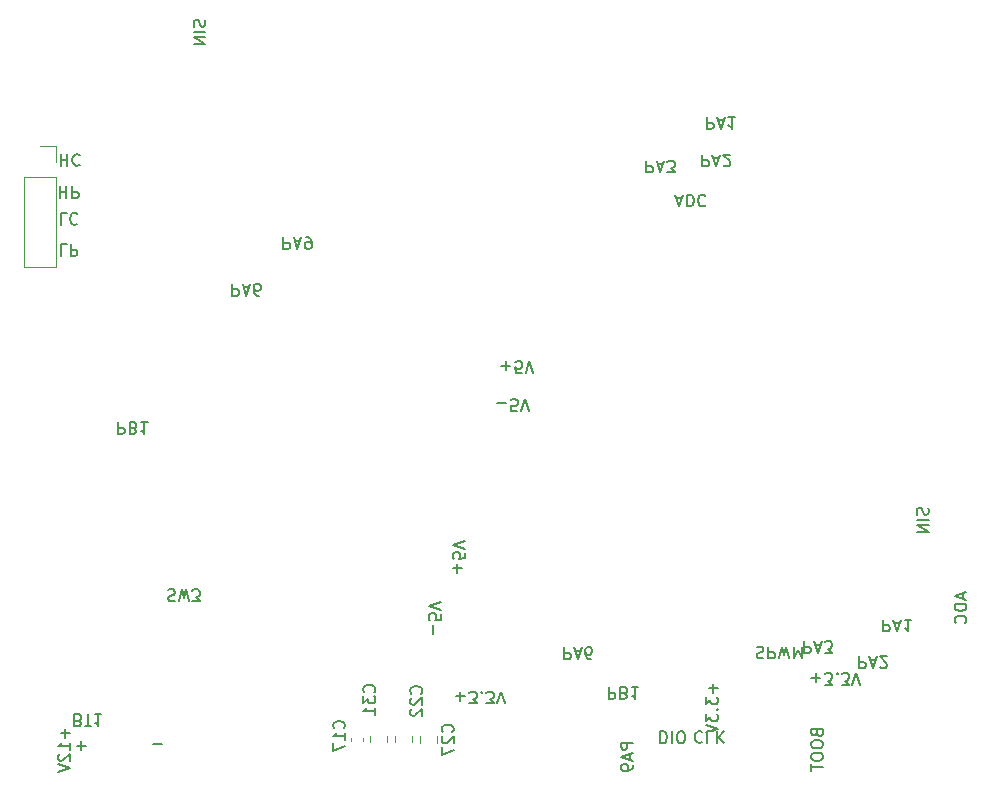
<source format=gbr>
%TF.GenerationSoftware,KiCad,Pcbnew,5.1.8-5.1.8*%
%TF.CreationDate,2022-01-30T02:40:23+08:00*%
%TF.ProjectId,lcr_2,6c63725f-322e-46b6-9963-61645f706362,rev?*%
%TF.SameCoordinates,Original*%
%TF.FileFunction,Legend,Bot*%
%TF.FilePolarity,Positive*%
%FSLAX46Y46*%
G04 Gerber Fmt 4.6, Leading zero omitted, Abs format (unit mm)*
G04 Created by KiCad (PCBNEW 5.1.8-5.1.8) date 2022-01-30 02:40:23*
%MOMM*%
%LPD*%
G01*
G04 APERTURE LIST*
%ADD10C,0.150000*%
%ADD11C,0.120000*%
G04 APERTURE END LIST*
D10*
X137894285Y-83788571D02*
X138656190Y-83788571D01*
X139608571Y-84407619D02*
X139132380Y-84407619D01*
X139084761Y-83931428D01*
X139132380Y-83979047D01*
X139227619Y-84026666D01*
X139465714Y-84026666D01*
X139560952Y-83979047D01*
X139608571Y-83931428D01*
X139656190Y-83836190D01*
X139656190Y-83598095D01*
X139608571Y-83502857D01*
X139560952Y-83455238D01*
X139465714Y-83407619D01*
X139227619Y-83407619D01*
X139132380Y-83455238D01*
X139084761Y-83502857D01*
X139941904Y-84407619D02*
X140275238Y-83407619D01*
X140608571Y-84407619D01*
X138284285Y-80598571D02*
X139046190Y-80598571D01*
X138665238Y-80217619D02*
X138665238Y-80979523D01*
X139998571Y-81217619D02*
X139522380Y-81217619D01*
X139474761Y-80741428D01*
X139522380Y-80789047D01*
X139617619Y-80836666D01*
X139855714Y-80836666D01*
X139950952Y-80789047D01*
X139998571Y-80741428D01*
X140046190Y-80646190D01*
X140046190Y-80408095D01*
X139998571Y-80312857D01*
X139950952Y-80265238D01*
X139855714Y-80217619D01*
X139617619Y-80217619D01*
X139522380Y-80265238D01*
X139474761Y-80312857D01*
X140331904Y-81217619D02*
X140665238Y-80217619D01*
X140998571Y-81217619D01*
X153091904Y-66393333D02*
X153568095Y-66393333D01*
X152996666Y-66107619D02*
X153330000Y-67107619D01*
X153663333Y-66107619D01*
X153996666Y-66107619D02*
X153996666Y-67107619D01*
X154234761Y-67107619D01*
X154377619Y-67060000D01*
X154472857Y-66964761D01*
X154520476Y-66869523D01*
X154568095Y-66679047D01*
X154568095Y-66536190D01*
X154520476Y-66345714D01*
X154472857Y-66250476D01*
X154377619Y-66155238D01*
X154234761Y-66107619D01*
X153996666Y-66107619D01*
X155568095Y-66202857D02*
X155520476Y-66155238D01*
X155377619Y-66107619D01*
X155282380Y-66107619D01*
X155139523Y-66155238D01*
X155044285Y-66250476D01*
X154996666Y-66345714D01*
X154949047Y-66536190D01*
X154949047Y-66679047D01*
X154996666Y-66869523D01*
X155044285Y-66964761D01*
X155139523Y-67060000D01*
X155282380Y-67107619D01*
X155377619Y-67107619D01*
X155520476Y-67060000D01*
X155568095Y-67012380D01*
X113184761Y-51302380D02*
X113232380Y-51445238D01*
X113232380Y-51683333D01*
X113184761Y-51778571D01*
X113137142Y-51826190D01*
X113041904Y-51873809D01*
X112946666Y-51873809D01*
X112851428Y-51826190D01*
X112803809Y-51778571D01*
X112756190Y-51683333D01*
X112708571Y-51492857D01*
X112660952Y-51397619D01*
X112613333Y-51350000D01*
X112518095Y-51302380D01*
X112422857Y-51302380D01*
X112327619Y-51350000D01*
X112280000Y-51397619D01*
X112232380Y-51492857D01*
X112232380Y-51730952D01*
X112280000Y-51873809D01*
X113232380Y-52302380D02*
X112232380Y-52302380D01*
X113232380Y-52778571D02*
X112232380Y-52778571D01*
X113232380Y-53350000D01*
X112232380Y-53350000D01*
X105811904Y-85377619D02*
X105811904Y-86377619D01*
X106192857Y-86377619D01*
X106288095Y-86330000D01*
X106335714Y-86282380D01*
X106383333Y-86187142D01*
X106383333Y-86044285D01*
X106335714Y-85949047D01*
X106288095Y-85901428D01*
X106192857Y-85853809D01*
X105811904Y-85853809D01*
X107145238Y-85901428D02*
X107288095Y-85853809D01*
X107335714Y-85806190D01*
X107383333Y-85710952D01*
X107383333Y-85568095D01*
X107335714Y-85472857D01*
X107288095Y-85425238D01*
X107192857Y-85377619D01*
X106811904Y-85377619D01*
X106811904Y-86377619D01*
X107145238Y-86377619D01*
X107240476Y-86330000D01*
X107288095Y-86282380D01*
X107335714Y-86187142D01*
X107335714Y-86091904D01*
X107288095Y-85996666D01*
X107240476Y-85949047D01*
X107145238Y-85901428D01*
X106811904Y-85901428D01*
X108335714Y-85377619D02*
X107764285Y-85377619D01*
X108050000Y-85377619D02*
X108050000Y-86377619D01*
X107954761Y-86234761D01*
X107859523Y-86139523D01*
X107764285Y-86091904D01*
X155693333Y-59537619D02*
X155693333Y-60537619D01*
X156074285Y-60537619D01*
X156169523Y-60490000D01*
X156217142Y-60442380D01*
X156264761Y-60347142D01*
X156264761Y-60204285D01*
X156217142Y-60109047D01*
X156169523Y-60061428D01*
X156074285Y-60013809D01*
X155693333Y-60013809D01*
X156645714Y-59823333D02*
X157121904Y-59823333D01*
X156550476Y-59537619D02*
X156883809Y-60537619D01*
X157217142Y-59537619D01*
X158074285Y-59537619D02*
X157502857Y-59537619D01*
X157788571Y-59537619D02*
X157788571Y-60537619D01*
X157693333Y-60394761D01*
X157598095Y-60299523D01*
X157502857Y-60251904D01*
X155303333Y-62717619D02*
X155303333Y-63717619D01*
X155684285Y-63717619D01*
X155779523Y-63670000D01*
X155827142Y-63622380D01*
X155874761Y-63527142D01*
X155874761Y-63384285D01*
X155827142Y-63289047D01*
X155779523Y-63241428D01*
X155684285Y-63193809D01*
X155303333Y-63193809D01*
X156255714Y-63003333D02*
X156731904Y-63003333D01*
X156160476Y-62717619D02*
X156493809Y-63717619D01*
X156827142Y-62717619D01*
X157112857Y-63622380D02*
X157160476Y-63670000D01*
X157255714Y-63717619D01*
X157493809Y-63717619D01*
X157589047Y-63670000D01*
X157636666Y-63622380D01*
X157684285Y-63527142D01*
X157684285Y-63431904D01*
X157636666Y-63289047D01*
X157065238Y-62717619D01*
X157684285Y-62717619D01*
X150563333Y-63227619D02*
X150563333Y-64227619D01*
X150944285Y-64227619D01*
X151039523Y-64180000D01*
X151087142Y-64132380D01*
X151134761Y-64037142D01*
X151134761Y-63894285D01*
X151087142Y-63799047D01*
X151039523Y-63751428D01*
X150944285Y-63703809D01*
X150563333Y-63703809D01*
X151515714Y-63513333D02*
X151991904Y-63513333D01*
X151420476Y-63227619D02*
X151753809Y-64227619D01*
X152087142Y-63227619D01*
X152325238Y-64227619D02*
X152944285Y-64227619D01*
X152610952Y-63846666D01*
X152753809Y-63846666D01*
X152849047Y-63799047D01*
X152896666Y-63751428D01*
X152944285Y-63656190D01*
X152944285Y-63418095D01*
X152896666Y-63322857D01*
X152849047Y-63275238D01*
X152753809Y-63227619D01*
X152468095Y-63227619D01*
X152372857Y-63275238D01*
X152325238Y-63322857D01*
X119833333Y-69707619D02*
X119833333Y-70707619D01*
X120214285Y-70707619D01*
X120309523Y-70660000D01*
X120357142Y-70612380D01*
X120404761Y-70517142D01*
X120404761Y-70374285D01*
X120357142Y-70279047D01*
X120309523Y-70231428D01*
X120214285Y-70183809D01*
X119833333Y-70183809D01*
X120785714Y-69993333D02*
X121261904Y-69993333D01*
X120690476Y-69707619D02*
X121023809Y-70707619D01*
X121357142Y-69707619D01*
X121738095Y-69707619D02*
X121928571Y-69707619D01*
X122023809Y-69755238D01*
X122071428Y-69802857D01*
X122166666Y-69945714D01*
X122214285Y-70136190D01*
X122214285Y-70517142D01*
X122166666Y-70612380D01*
X122119047Y-70660000D01*
X122023809Y-70707619D01*
X121833333Y-70707619D01*
X121738095Y-70660000D01*
X121690476Y-70612380D01*
X121642857Y-70517142D01*
X121642857Y-70279047D01*
X121690476Y-70183809D01*
X121738095Y-70136190D01*
X121833333Y-70088571D01*
X122023809Y-70088571D01*
X122119047Y-70136190D01*
X122166666Y-70183809D01*
X122214285Y-70279047D01*
X115513333Y-73647619D02*
X115513333Y-74647619D01*
X115894285Y-74647619D01*
X115989523Y-74600000D01*
X116037142Y-74552380D01*
X116084761Y-74457142D01*
X116084761Y-74314285D01*
X116037142Y-74219047D01*
X115989523Y-74171428D01*
X115894285Y-74123809D01*
X115513333Y-74123809D01*
X116465714Y-73933333D02*
X116941904Y-73933333D01*
X116370476Y-73647619D02*
X116703809Y-74647619D01*
X117037142Y-73647619D01*
X117799047Y-74647619D02*
X117608571Y-74647619D01*
X117513333Y-74600000D01*
X117465714Y-74552380D01*
X117370476Y-74409523D01*
X117322857Y-74219047D01*
X117322857Y-73838095D01*
X117370476Y-73742857D01*
X117418095Y-73695238D01*
X117513333Y-73647619D01*
X117703809Y-73647619D01*
X117799047Y-73695238D01*
X117846666Y-73742857D01*
X117894285Y-73838095D01*
X117894285Y-74076190D01*
X117846666Y-74171428D01*
X117799047Y-74219047D01*
X117703809Y-74266666D01*
X117513333Y-74266666D01*
X117418095Y-74219047D01*
X117370476Y-74171428D01*
X117322857Y-74076190D01*
X101472523Y-70303619D02*
X100996333Y-70303619D01*
X100996333Y-71303619D01*
X101805857Y-70303619D02*
X101805857Y-71303619D01*
X102186809Y-71303619D01*
X102282047Y-71256000D01*
X102329666Y-71208380D01*
X102377285Y-71113142D01*
X102377285Y-70970285D01*
X102329666Y-70875047D01*
X102282047Y-70827428D01*
X102186809Y-70779809D01*
X101805857Y-70779809D01*
X101472523Y-67652619D02*
X100996333Y-67652619D01*
X100996333Y-68652619D01*
X102377285Y-67747857D02*
X102329666Y-67700238D01*
X102186809Y-67652619D01*
X102091571Y-67652619D01*
X101948714Y-67700238D01*
X101853476Y-67795476D01*
X101805857Y-67890714D01*
X101758238Y-68081190D01*
X101758238Y-68224047D01*
X101805857Y-68414523D01*
X101853476Y-68509761D01*
X101948714Y-68605000D01*
X102091571Y-68652619D01*
X102186809Y-68652619D01*
X102329666Y-68605000D01*
X102377285Y-68557380D01*
X100968285Y-62681619D02*
X100968285Y-63681619D01*
X100968285Y-63205428D02*
X101539714Y-63205428D01*
X101539714Y-62681619D02*
X101539714Y-63681619D01*
X102587333Y-62776857D02*
X102539714Y-62729238D01*
X102396857Y-62681619D01*
X102301619Y-62681619D01*
X102158761Y-62729238D01*
X102063523Y-62824476D01*
X102015904Y-62919714D01*
X101968285Y-63110190D01*
X101968285Y-63253047D01*
X102015904Y-63443523D01*
X102063523Y-63538761D01*
X102158761Y-63634000D01*
X102301619Y-63681619D01*
X102396857Y-63681619D01*
X102539714Y-63634000D01*
X102587333Y-63586380D01*
X100892285Y-65374619D02*
X100892285Y-66374619D01*
X100892285Y-65898428D02*
X101463714Y-65898428D01*
X101463714Y-65374619D02*
X101463714Y-66374619D01*
X101939904Y-65374619D02*
X101939904Y-66374619D01*
X102320857Y-66374619D01*
X102416095Y-66327000D01*
X102463714Y-66279380D01*
X102511333Y-66184142D01*
X102511333Y-66041285D01*
X102463714Y-65946047D01*
X102416095Y-65898428D01*
X102320857Y-65850809D01*
X101939904Y-65850809D01*
X134444000Y-108558571D02*
X135205904Y-108558571D01*
X134824952Y-108177619D02*
X134824952Y-108939523D01*
X135586857Y-109177619D02*
X136205904Y-109177619D01*
X135872571Y-108796666D01*
X136015428Y-108796666D01*
X136110666Y-108749047D01*
X136158285Y-108701428D01*
X136205904Y-108606190D01*
X136205904Y-108368095D01*
X136158285Y-108272857D01*
X136110666Y-108225238D01*
X136015428Y-108177619D01*
X135729714Y-108177619D01*
X135634476Y-108225238D01*
X135586857Y-108272857D01*
X136634476Y-108272857D02*
X136682095Y-108225238D01*
X136634476Y-108177619D01*
X136586857Y-108225238D01*
X136634476Y-108272857D01*
X136634476Y-108177619D01*
X137015428Y-109177619D02*
X137634476Y-109177619D01*
X137301142Y-108796666D01*
X137444000Y-108796666D01*
X137539238Y-108749047D01*
X137586857Y-108701428D01*
X137634476Y-108606190D01*
X137634476Y-108368095D01*
X137586857Y-108272857D01*
X137539238Y-108225238D01*
X137444000Y-108177619D01*
X137158285Y-108177619D01*
X137063047Y-108225238D01*
X137015428Y-108272857D01*
X137920190Y-109177619D02*
X138253523Y-108177619D01*
X138586857Y-109177619D01*
X164984571Y-111692857D02*
X165032190Y-111835714D01*
X165079809Y-111883333D01*
X165175047Y-111930952D01*
X165317904Y-111930952D01*
X165413142Y-111883333D01*
X165460761Y-111835714D01*
X165508380Y-111740476D01*
X165508380Y-111359523D01*
X164508380Y-111359523D01*
X164508380Y-111692857D01*
X164556000Y-111788095D01*
X164603619Y-111835714D01*
X164698857Y-111883333D01*
X164794095Y-111883333D01*
X164889333Y-111835714D01*
X164936952Y-111788095D01*
X164984571Y-111692857D01*
X164984571Y-111359523D01*
X164508380Y-112550000D02*
X164508380Y-112740476D01*
X164556000Y-112835714D01*
X164651238Y-112930952D01*
X164841714Y-112978571D01*
X165175047Y-112978571D01*
X165365523Y-112930952D01*
X165460761Y-112835714D01*
X165508380Y-112740476D01*
X165508380Y-112550000D01*
X165460761Y-112454761D01*
X165365523Y-112359523D01*
X165175047Y-112311904D01*
X164841714Y-112311904D01*
X164651238Y-112359523D01*
X164556000Y-112454761D01*
X164508380Y-112550000D01*
X164508380Y-113597619D02*
X164508380Y-113788095D01*
X164556000Y-113883333D01*
X164651238Y-113978571D01*
X164841714Y-114026190D01*
X165175047Y-114026190D01*
X165365523Y-113978571D01*
X165460761Y-113883333D01*
X165508380Y-113788095D01*
X165508380Y-113597619D01*
X165460761Y-113502380D01*
X165365523Y-113407142D01*
X165175047Y-113359523D01*
X164841714Y-113359523D01*
X164651238Y-113407142D01*
X164556000Y-113502380D01*
X164508380Y-113597619D01*
X164508380Y-114311904D02*
X164508380Y-114883333D01*
X165508380Y-114597619D02*
X164508380Y-114597619D01*
X164522000Y-107009571D02*
X165283904Y-107009571D01*
X164902952Y-106628619D02*
X164902952Y-107390523D01*
X165664857Y-107628619D02*
X166283904Y-107628619D01*
X165950571Y-107247666D01*
X166093428Y-107247666D01*
X166188666Y-107200047D01*
X166236285Y-107152428D01*
X166283904Y-107057190D01*
X166283904Y-106819095D01*
X166236285Y-106723857D01*
X166188666Y-106676238D01*
X166093428Y-106628619D01*
X165807714Y-106628619D01*
X165712476Y-106676238D01*
X165664857Y-106723857D01*
X166712476Y-106723857D02*
X166760095Y-106676238D01*
X166712476Y-106628619D01*
X166664857Y-106676238D01*
X166712476Y-106723857D01*
X166712476Y-106628619D01*
X167093428Y-107628619D02*
X167712476Y-107628619D01*
X167379142Y-107247666D01*
X167522000Y-107247666D01*
X167617238Y-107200047D01*
X167664857Y-107152428D01*
X167712476Y-107057190D01*
X167712476Y-106819095D01*
X167664857Y-106723857D01*
X167617238Y-106676238D01*
X167522000Y-106628619D01*
X167236285Y-106628619D01*
X167141047Y-106676238D01*
X167093428Y-106723857D01*
X167998190Y-107628619D02*
X168331523Y-106628619D01*
X168664857Y-107628619D01*
X170618333Y-102089619D02*
X170618333Y-103089619D01*
X170999285Y-103089619D01*
X171094523Y-103042000D01*
X171142142Y-102994380D01*
X171189761Y-102899142D01*
X171189761Y-102756285D01*
X171142142Y-102661047D01*
X171094523Y-102613428D01*
X170999285Y-102565809D01*
X170618333Y-102565809D01*
X171570714Y-102375333D02*
X172046904Y-102375333D01*
X171475476Y-102089619D02*
X171808809Y-103089619D01*
X172142142Y-102089619D01*
X172999285Y-102089619D02*
X172427857Y-102089619D01*
X172713571Y-102089619D02*
X172713571Y-103089619D01*
X172618333Y-102946761D01*
X172523095Y-102851523D01*
X172427857Y-102803904D01*
X168555333Y-105205619D02*
X168555333Y-106205619D01*
X168936285Y-106205619D01*
X169031523Y-106158000D01*
X169079142Y-106110380D01*
X169126761Y-106015142D01*
X169126761Y-105872285D01*
X169079142Y-105777047D01*
X169031523Y-105729428D01*
X168936285Y-105681809D01*
X168555333Y-105681809D01*
X169507714Y-105491333D02*
X169983904Y-105491333D01*
X169412476Y-105205619D02*
X169745809Y-106205619D01*
X170079142Y-105205619D01*
X170364857Y-106110380D02*
X170412476Y-106158000D01*
X170507714Y-106205619D01*
X170745809Y-106205619D01*
X170841047Y-106158000D01*
X170888666Y-106110380D01*
X170936285Y-106015142D01*
X170936285Y-105919904D01*
X170888666Y-105777047D01*
X170317238Y-105205619D01*
X170936285Y-105205619D01*
X163894333Y-103922619D02*
X163894333Y-104922619D01*
X164275285Y-104922619D01*
X164370523Y-104875000D01*
X164418142Y-104827380D01*
X164465761Y-104732142D01*
X164465761Y-104589285D01*
X164418142Y-104494047D01*
X164370523Y-104446428D01*
X164275285Y-104398809D01*
X163894333Y-104398809D01*
X164846714Y-104208333D02*
X165322904Y-104208333D01*
X164751476Y-103922619D02*
X165084809Y-104922619D01*
X165418142Y-103922619D01*
X165656238Y-104922619D02*
X166275285Y-104922619D01*
X165941952Y-104541666D01*
X166084809Y-104541666D01*
X166180047Y-104494047D01*
X166227666Y-104446428D01*
X166275285Y-104351190D01*
X166275285Y-104113095D01*
X166227666Y-104017857D01*
X166180047Y-103970238D01*
X166084809Y-103922619D01*
X165799095Y-103922619D01*
X165703857Y-103970238D01*
X165656238Y-104017857D01*
X174410761Y-92631380D02*
X174458380Y-92774238D01*
X174458380Y-93012333D01*
X174410761Y-93107571D01*
X174363142Y-93155190D01*
X174267904Y-93202809D01*
X174172666Y-93202809D01*
X174077428Y-93155190D01*
X174029809Y-93107571D01*
X173982190Y-93012333D01*
X173934571Y-92821857D01*
X173886952Y-92726619D01*
X173839333Y-92679000D01*
X173744095Y-92631380D01*
X173648857Y-92631380D01*
X173553619Y-92679000D01*
X173506000Y-92726619D01*
X173458380Y-92821857D01*
X173458380Y-93059952D01*
X173506000Y-93202809D01*
X174458380Y-93631380D02*
X173458380Y-93631380D01*
X174458380Y-94107571D02*
X173458380Y-94107571D01*
X174458380Y-94679000D01*
X173458380Y-94679000D01*
X177367666Y-99887904D02*
X177367666Y-100364095D01*
X177653380Y-99792666D02*
X176653380Y-100126000D01*
X177653380Y-100459333D01*
X177653380Y-100792666D02*
X176653380Y-100792666D01*
X176653380Y-101030761D01*
X176701000Y-101173619D01*
X176796238Y-101268857D01*
X176891476Y-101316476D01*
X177081952Y-101364095D01*
X177224809Y-101364095D01*
X177415285Y-101316476D01*
X177510523Y-101268857D01*
X177605761Y-101173619D01*
X177653380Y-101030761D01*
X177653380Y-100792666D01*
X177558142Y-102364095D02*
X177605761Y-102316476D01*
X177653380Y-102173619D01*
X177653380Y-102078380D01*
X177605761Y-101935523D01*
X177510523Y-101840285D01*
X177415285Y-101792666D01*
X177224809Y-101745047D01*
X177081952Y-101745047D01*
X176891476Y-101792666D01*
X176796238Y-101840285D01*
X176701000Y-101935523D01*
X176653380Y-102078380D01*
X176653380Y-102173619D01*
X176701000Y-102316476D01*
X176748619Y-102364095D01*
X159887428Y-104421238D02*
X160030285Y-104373619D01*
X160268380Y-104373619D01*
X160363619Y-104421238D01*
X160411238Y-104468857D01*
X160458857Y-104564095D01*
X160458857Y-104659333D01*
X160411238Y-104754571D01*
X160363619Y-104802190D01*
X160268380Y-104849809D01*
X160077904Y-104897428D01*
X159982666Y-104945047D01*
X159935047Y-104992666D01*
X159887428Y-105087904D01*
X159887428Y-105183142D01*
X159935047Y-105278380D01*
X159982666Y-105326000D01*
X160077904Y-105373619D01*
X160316000Y-105373619D01*
X160458857Y-105326000D01*
X160887428Y-104373619D02*
X160887428Y-105373619D01*
X161268380Y-105373619D01*
X161363619Y-105326000D01*
X161411238Y-105278380D01*
X161458857Y-105183142D01*
X161458857Y-105040285D01*
X161411238Y-104945047D01*
X161363619Y-104897428D01*
X161268380Y-104849809D01*
X160887428Y-104849809D01*
X161792190Y-105373619D02*
X162030285Y-104373619D01*
X162220761Y-105087904D01*
X162411238Y-104373619D01*
X162649333Y-105373619D01*
X163030285Y-104373619D02*
X163030285Y-105373619D01*
X163363619Y-104659333D01*
X163696952Y-105373619D01*
X163696952Y-104373619D01*
X143580333Y-104432619D02*
X143580333Y-105432619D01*
X143961285Y-105432619D01*
X144056523Y-105385000D01*
X144104142Y-105337380D01*
X144151761Y-105242142D01*
X144151761Y-105099285D01*
X144104142Y-105004047D01*
X144056523Y-104956428D01*
X143961285Y-104908809D01*
X143580333Y-104908809D01*
X144532714Y-104718333D02*
X145008904Y-104718333D01*
X144437476Y-104432619D02*
X144770809Y-105432619D01*
X145104142Y-104432619D01*
X145866047Y-105432619D02*
X145675571Y-105432619D01*
X145580333Y-105385000D01*
X145532714Y-105337380D01*
X145437476Y-105194523D01*
X145389857Y-105004047D01*
X145389857Y-104623095D01*
X145437476Y-104527857D01*
X145485095Y-104480238D01*
X145580333Y-104432619D01*
X145770809Y-104432619D01*
X145866047Y-104480238D01*
X145913666Y-104527857D01*
X145961285Y-104623095D01*
X145961285Y-104861190D01*
X145913666Y-104956428D01*
X145866047Y-105004047D01*
X145770809Y-105051666D01*
X145580333Y-105051666D01*
X145485095Y-105004047D01*
X145437476Y-104956428D01*
X145389857Y-104861190D01*
X147359904Y-107812619D02*
X147359904Y-108812619D01*
X147740857Y-108812619D01*
X147836095Y-108765000D01*
X147883714Y-108717380D01*
X147931333Y-108622142D01*
X147931333Y-108479285D01*
X147883714Y-108384047D01*
X147836095Y-108336428D01*
X147740857Y-108288809D01*
X147359904Y-108288809D01*
X148693238Y-108336428D02*
X148836095Y-108288809D01*
X148883714Y-108241190D01*
X148931333Y-108145952D01*
X148931333Y-108003095D01*
X148883714Y-107907857D01*
X148836095Y-107860238D01*
X148740857Y-107812619D01*
X148359904Y-107812619D01*
X148359904Y-108812619D01*
X148693238Y-108812619D01*
X148788476Y-108765000D01*
X148836095Y-108717380D01*
X148883714Y-108622142D01*
X148883714Y-108526904D01*
X148836095Y-108431666D01*
X148788476Y-108384047D01*
X148693238Y-108336428D01*
X148359904Y-108336428D01*
X149883714Y-107812619D02*
X149312285Y-107812619D01*
X149598000Y-107812619D02*
X149598000Y-108812619D01*
X149502761Y-108669761D01*
X149407523Y-108574523D01*
X149312285Y-108526904D01*
X156222428Y-107501000D02*
X156222428Y-108262904D01*
X156603380Y-107881952D02*
X155841476Y-107881952D01*
X155603380Y-108643857D02*
X155603380Y-109262904D01*
X155984333Y-108929571D01*
X155984333Y-109072428D01*
X156031952Y-109167666D01*
X156079571Y-109215285D01*
X156174809Y-109262904D01*
X156412904Y-109262904D01*
X156508142Y-109215285D01*
X156555761Y-109167666D01*
X156603380Y-109072428D01*
X156603380Y-108786714D01*
X156555761Y-108691476D01*
X156508142Y-108643857D01*
X156508142Y-109691476D02*
X156555761Y-109739095D01*
X156603380Y-109691476D01*
X156555761Y-109643857D01*
X156508142Y-109691476D01*
X156603380Y-109691476D01*
X155603380Y-110072428D02*
X155603380Y-110691476D01*
X155984333Y-110358142D01*
X155984333Y-110501000D01*
X156031952Y-110596238D01*
X156079571Y-110643857D01*
X156174809Y-110691476D01*
X156412904Y-110691476D01*
X156508142Y-110643857D01*
X156555761Y-110596238D01*
X156603380Y-110501000D01*
X156603380Y-110215285D01*
X156555761Y-110120047D01*
X156508142Y-110072428D01*
X155603380Y-110977190D02*
X156603380Y-111310523D01*
X155603380Y-111643857D01*
X155284761Y-111633857D02*
X155237142Y-111586238D01*
X155094285Y-111538619D01*
X154999047Y-111538619D01*
X154856190Y-111586238D01*
X154760952Y-111681476D01*
X154713333Y-111776714D01*
X154665714Y-111967190D01*
X154665714Y-112110047D01*
X154713333Y-112300523D01*
X154760952Y-112395761D01*
X154856190Y-112491000D01*
X154999047Y-112538619D01*
X155094285Y-112538619D01*
X155237142Y-112491000D01*
X155284761Y-112443380D01*
X156189523Y-111538619D02*
X155713333Y-111538619D01*
X155713333Y-112538619D01*
X156522857Y-111538619D02*
X156522857Y-112538619D01*
X157094285Y-111538619D02*
X156665714Y-112110047D01*
X157094285Y-112538619D02*
X156522857Y-111967190D01*
X151739190Y-111554619D02*
X151739190Y-112554619D01*
X151977285Y-112554619D01*
X152120142Y-112507000D01*
X152215380Y-112411761D01*
X152263000Y-112316523D01*
X152310619Y-112126047D01*
X152310619Y-111983190D01*
X152263000Y-111792714D01*
X152215380Y-111697476D01*
X152120142Y-111602238D01*
X151977285Y-111554619D01*
X151739190Y-111554619D01*
X152739190Y-111554619D02*
X152739190Y-112554619D01*
X153405857Y-112554619D02*
X153596333Y-112554619D01*
X153691571Y-112507000D01*
X153786809Y-112411761D01*
X153834428Y-112221285D01*
X153834428Y-111887952D01*
X153786809Y-111697476D01*
X153691571Y-111602238D01*
X153596333Y-111554619D01*
X153405857Y-111554619D01*
X153310619Y-111602238D01*
X153215380Y-111697476D01*
X153167761Y-111887952D01*
X153167761Y-112221285D01*
X153215380Y-112411761D01*
X153310619Y-112507000D01*
X153405857Y-112554619D01*
X149424380Y-112523333D02*
X148424380Y-112523333D01*
X148424380Y-112904285D01*
X148472000Y-112999523D01*
X148519619Y-113047142D01*
X148614857Y-113094761D01*
X148757714Y-113094761D01*
X148852952Y-113047142D01*
X148900571Y-112999523D01*
X148948190Y-112904285D01*
X148948190Y-112523333D01*
X149138666Y-113475714D02*
X149138666Y-113951904D01*
X149424380Y-113380476D02*
X148424380Y-113713809D01*
X149424380Y-114047142D01*
X149424380Y-114428095D02*
X149424380Y-114618571D01*
X149376761Y-114713809D01*
X149329142Y-114761428D01*
X149186285Y-114856666D01*
X148995809Y-114904285D01*
X148614857Y-114904285D01*
X148519619Y-114856666D01*
X148472000Y-114809047D01*
X148424380Y-114713809D01*
X148424380Y-114523333D01*
X148472000Y-114428095D01*
X148519619Y-114380476D01*
X148614857Y-114332857D01*
X148852952Y-114332857D01*
X148948190Y-114380476D01*
X148995809Y-114428095D01*
X149043428Y-114523333D01*
X149043428Y-114713809D01*
X148995809Y-114809047D01*
X148948190Y-114856666D01*
X148852952Y-114904285D01*
X132532571Y-103329714D02*
X132532571Y-102567809D01*
X133151619Y-101615428D02*
X133151619Y-102091619D01*
X132675428Y-102139238D01*
X132723047Y-102091619D01*
X132770666Y-101996380D01*
X132770666Y-101758285D01*
X132723047Y-101663047D01*
X132675428Y-101615428D01*
X132580190Y-101567809D01*
X132342095Y-101567809D01*
X132246857Y-101615428D01*
X132199238Y-101663047D01*
X132151619Y-101758285D01*
X132151619Y-101996380D01*
X132199238Y-102091619D01*
X132246857Y-102139238D01*
X133151619Y-101282095D02*
X132151619Y-100948761D01*
X133151619Y-100615428D01*
X134556571Y-98128714D02*
X134556571Y-97366809D01*
X134175619Y-97747761D02*
X134937523Y-97747761D01*
X135175619Y-96414428D02*
X135175619Y-96890619D01*
X134699428Y-96938238D01*
X134747047Y-96890619D01*
X134794666Y-96795380D01*
X134794666Y-96557285D01*
X134747047Y-96462047D01*
X134699428Y-96414428D01*
X134604190Y-96366809D01*
X134366095Y-96366809D01*
X134270857Y-96414428D01*
X134223238Y-96462047D01*
X134175619Y-96557285D01*
X134175619Y-96795380D01*
X134223238Y-96890619D01*
X134270857Y-96938238D01*
X135175619Y-96081095D02*
X134175619Y-95747761D01*
X135175619Y-95414428D01*
X110080666Y-99582238D02*
X110223523Y-99534619D01*
X110461619Y-99534619D01*
X110556857Y-99582238D01*
X110604476Y-99629857D01*
X110652095Y-99725095D01*
X110652095Y-99820333D01*
X110604476Y-99915571D01*
X110556857Y-99963190D01*
X110461619Y-100010809D01*
X110271142Y-100058428D01*
X110175904Y-100106047D01*
X110128285Y-100153666D01*
X110080666Y-100248904D01*
X110080666Y-100344142D01*
X110128285Y-100439380D01*
X110175904Y-100487000D01*
X110271142Y-100534619D01*
X110509238Y-100534619D01*
X110652095Y-100487000D01*
X110985428Y-100534619D02*
X111223523Y-99534619D01*
X111414000Y-100248904D01*
X111604476Y-99534619D01*
X111842571Y-100534619D01*
X112128285Y-100534619D02*
X112747333Y-100534619D01*
X112414000Y-100153666D01*
X112556857Y-100153666D01*
X112652095Y-100106047D01*
X112699714Y-100058428D01*
X112747333Y-99963190D01*
X112747333Y-99725095D01*
X112699714Y-99629857D01*
X112652095Y-99582238D01*
X112556857Y-99534619D01*
X112271142Y-99534619D01*
X112175904Y-99582238D01*
X112128285Y-99629857D01*
X109529952Y-112625428D02*
X108768047Y-112625428D01*
X102342047Y-112771571D02*
X103103952Y-112771571D01*
X102723000Y-112390619D02*
X102723000Y-113152523D01*
X102476285Y-110635428D02*
X102619142Y-110587809D01*
X102666761Y-110540190D01*
X102714380Y-110444952D01*
X102714380Y-110302095D01*
X102666761Y-110206857D01*
X102619142Y-110159238D01*
X102523904Y-110111619D01*
X102142952Y-110111619D01*
X102142952Y-111111619D01*
X102476285Y-111111619D01*
X102571523Y-111064000D01*
X102619142Y-111016380D01*
X102666761Y-110921142D01*
X102666761Y-110825904D01*
X102619142Y-110730666D01*
X102571523Y-110683047D01*
X102476285Y-110635428D01*
X102142952Y-110635428D01*
X103000095Y-111111619D02*
X103571523Y-111111619D01*
X103285809Y-110111619D02*
X103285809Y-111111619D01*
X104428666Y-110111619D02*
X103857238Y-110111619D01*
X104142952Y-110111619D02*
X104142952Y-111111619D01*
X104047714Y-110968761D01*
X103952476Y-110873523D01*
X103857238Y-110825904D01*
X101372428Y-111345095D02*
X101372428Y-112107000D01*
X101753380Y-111726047D02*
X100991476Y-111726047D01*
X101753380Y-113107000D02*
X101753380Y-112535571D01*
X101753380Y-112821285D02*
X100753380Y-112821285D01*
X100896238Y-112726047D01*
X100991476Y-112630809D01*
X101039095Y-112535571D01*
X100848619Y-113487952D02*
X100801000Y-113535571D01*
X100753380Y-113630809D01*
X100753380Y-113868904D01*
X100801000Y-113964142D01*
X100848619Y-114011761D01*
X100943857Y-114059380D01*
X101039095Y-114059380D01*
X101181952Y-114011761D01*
X101753380Y-113440333D01*
X101753380Y-114059380D01*
X100753380Y-114345095D02*
X101753380Y-114678428D01*
X100753380Y-115011761D01*
D11*
%TO.C,REF\u002A\u002A*%
X100554000Y-61979000D02*
X99224000Y-61979000D01*
X100554000Y-63309000D02*
X100554000Y-61979000D01*
X100554000Y-64579000D02*
X97894000Y-64579000D01*
X97894000Y-64579000D02*
X97894000Y-72259000D01*
X100554000Y-64579000D02*
X100554000Y-72259000D01*
X100554000Y-72259000D02*
X97894000Y-72259000D01*
%TO.C,C27*%
X131372000Y-112499252D02*
X131372000Y-111976748D01*
X132842000Y-112499252D02*
X132842000Y-111976748D01*
%TO.C,C22*%
X129258000Y-112491252D02*
X129258000Y-111968748D01*
X130728000Y-112491252D02*
X130728000Y-111968748D01*
%TO.C,C31*%
X127137000Y-112482252D02*
X127137000Y-111959748D01*
X128607000Y-112482252D02*
X128607000Y-111959748D01*
%TO.C,C17*%
X125516000Y-112394267D02*
X125516000Y-112101733D01*
X126536000Y-112394267D02*
X126536000Y-112101733D01*
%TO.C,C27*%
D10*
X134144142Y-111595142D02*
X134191761Y-111547523D01*
X134239380Y-111404666D01*
X134239380Y-111309428D01*
X134191761Y-111166571D01*
X134096523Y-111071333D01*
X134001285Y-111023714D01*
X133810809Y-110976095D01*
X133667952Y-110976095D01*
X133477476Y-111023714D01*
X133382238Y-111071333D01*
X133287000Y-111166571D01*
X133239380Y-111309428D01*
X133239380Y-111404666D01*
X133287000Y-111547523D01*
X133334619Y-111595142D01*
X133334619Y-111976095D02*
X133287000Y-112023714D01*
X133239380Y-112118952D01*
X133239380Y-112357047D01*
X133287000Y-112452285D01*
X133334619Y-112499904D01*
X133429857Y-112547523D01*
X133525095Y-112547523D01*
X133667952Y-112499904D01*
X134239380Y-111928476D01*
X134239380Y-112547523D01*
X133239380Y-112880857D02*
X133239380Y-113547523D01*
X134239380Y-113118952D01*
%TO.C,C22*%
X131482142Y-108349142D02*
X131529761Y-108301523D01*
X131577380Y-108158666D01*
X131577380Y-108063428D01*
X131529761Y-107920571D01*
X131434523Y-107825333D01*
X131339285Y-107777714D01*
X131148809Y-107730095D01*
X131005952Y-107730095D01*
X130815476Y-107777714D01*
X130720238Y-107825333D01*
X130625000Y-107920571D01*
X130577380Y-108063428D01*
X130577380Y-108158666D01*
X130625000Y-108301523D01*
X130672619Y-108349142D01*
X130672619Y-108730095D02*
X130625000Y-108777714D01*
X130577380Y-108872952D01*
X130577380Y-109111047D01*
X130625000Y-109206285D01*
X130672619Y-109253904D01*
X130767857Y-109301523D01*
X130863095Y-109301523D01*
X131005952Y-109253904D01*
X131577380Y-108682476D01*
X131577380Y-109301523D01*
X130672619Y-109682476D02*
X130625000Y-109730095D01*
X130577380Y-109825333D01*
X130577380Y-110063428D01*
X130625000Y-110158666D01*
X130672619Y-110206285D01*
X130767857Y-110253904D01*
X130863095Y-110253904D01*
X131005952Y-110206285D01*
X131577380Y-109634857D01*
X131577380Y-110253904D01*
%TO.C,C31*%
X127498142Y-108231142D02*
X127545761Y-108183523D01*
X127593380Y-108040666D01*
X127593380Y-107945428D01*
X127545761Y-107802571D01*
X127450523Y-107707333D01*
X127355285Y-107659714D01*
X127164809Y-107612095D01*
X127021952Y-107612095D01*
X126831476Y-107659714D01*
X126736238Y-107707333D01*
X126641000Y-107802571D01*
X126593380Y-107945428D01*
X126593380Y-108040666D01*
X126641000Y-108183523D01*
X126688619Y-108231142D01*
X126593380Y-108564476D02*
X126593380Y-109183523D01*
X126974333Y-108850190D01*
X126974333Y-108993047D01*
X127021952Y-109088285D01*
X127069571Y-109135904D01*
X127164809Y-109183523D01*
X127402904Y-109183523D01*
X127498142Y-109135904D01*
X127545761Y-109088285D01*
X127593380Y-108993047D01*
X127593380Y-108707333D01*
X127545761Y-108612095D01*
X127498142Y-108564476D01*
X127593380Y-110135904D02*
X127593380Y-109564476D01*
X127593380Y-109850190D02*
X126593380Y-109850190D01*
X126736238Y-109754952D01*
X126831476Y-109659714D01*
X126879095Y-109564476D01*
%TO.C,C17*%
X124939142Y-111287142D02*
X124986761Y-111239523D01*
X125034380Y-111096666D01*
X125034380Y-111001428D01*
X124986761Y-110858571D01*
X124891523Y-110763333D01*
X124796285Y-110715714D01*
X124605809Y-110668095D01*
X124462952Y-110668095D01*
X124272476Y-110715714D01*
X124177238Y-110763333D01*
X124082000Y-110858571D01*
X124034380Y-111001428D01*
X124034380Y-111096666D01*
X124082000Y-111239523D01*
X124129619Y-111287142D01*
X125034380Y-112239523D02*
X125034380Y-111668095D01*
X125034380Y-111953809D02*
X124034380Y-111953809D01*
X124177238Y-111858571D01*
X124272476Y-111763333D01*
X124320095Y-111668095D01*
X124034380Y-112572857D02*
X124034380Y-113239523D01*
X125034380Y-112810952D01*
%TD*%
M02*

</source>
